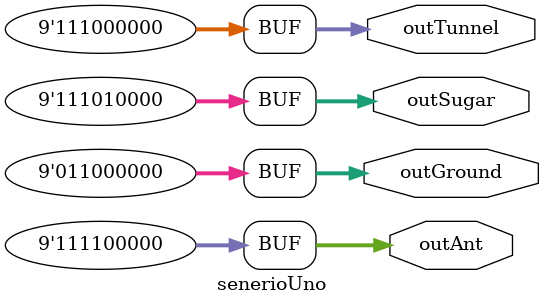
<source format=v>
module senerioUno(outTunnel,outAnt,outSugar,outGround);


output reg [8:0]outTunnel;
output reg [8:0]outAnt;
output reg [8:0]outSugar;
output reg [8:0]outGround;
always@(*)begin
	outTunnel=9'b111000000;
	outAnt=9'b111100000;
	outSugar=9'b111010000;
	outGround=9'b011000000;
end
endmodule
</source>
